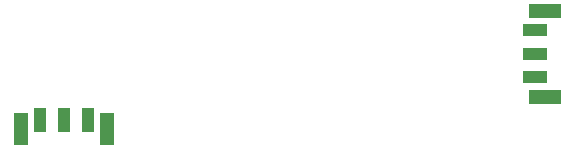
<source format=gbr>
%TF.GenerationSoftware,KiCad,Pcbnew,8.0.8*%
%TF.CreationDate,2025-02-20T23:43:36+01:00*%
%TF.ProjectId,hackpad,6861636b-7061-4642-9e6b-696361645f70,rev?*%
%TF.SameCoordinates,Original*%
%TF.FileFunction,Paste,Top*%
%TF.FilePolarity,Positive*%
%FSLAX46Y46*%
G04 Gerber Fmt 4.6, Leading zero omitted, Abs format (unit mm)*
G04 Created by KiCad (PCBNEW 8.0.8) date 2025-02-20 23:43:36*
%MOMM*%
%LPD*%
G01*
G04 APERTURE LIST*
%ADD10R,1.250000X2.700000*%
%ADD11R,1.000000X2.000000*%
%ADD12R,2.700000X1.250000*%
%ADD13R,2.000000X1.000000*%
G04 APERTURE END LIST*
D10*
%TO.C,SW13*%
X73630000Y-58420000D03*
X66370000Y-58420000D03*
D11*
X68000000Y-57580000D03*
X72000000Y-57580000D03*
X70000000Y-57580000D03*
%TD*%
D12*
%TO.C,SW14*%
X110720000Y-48370000D03*
X110720000Y-55630000D03*
D13*
X109880000Y-54000000D03*
X109880000Y-50000000D03*
X109880000Y-52000000D03*
%TD*%
M02*

</source>
